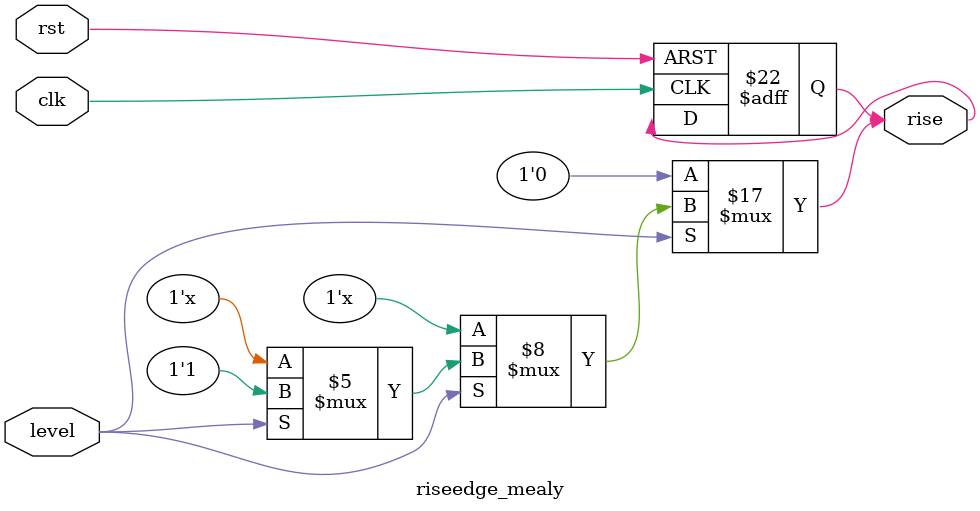
<source format=v>
module riseedge_mealy( rst, clk, rise,level);
input rst;
input clk;
input level;
output reg rise;
reg state_nxt;
parameter HIGH =1, LOWW=0;
always @(posedge clk or posedge rst)
begin : label1
if(rst)
begin : label2
state_nxt =LOWW;
rise =LOWW;
end
end
always@(level, rst)
begin : label3
if(!level)
begin : label4
state_nxt=LOWW;
rise = LOWW;
end
else 
if(level)
begin : label5
state_nxt=HIGH;
rise=HIGH;
end
end
endmodule


</source>
